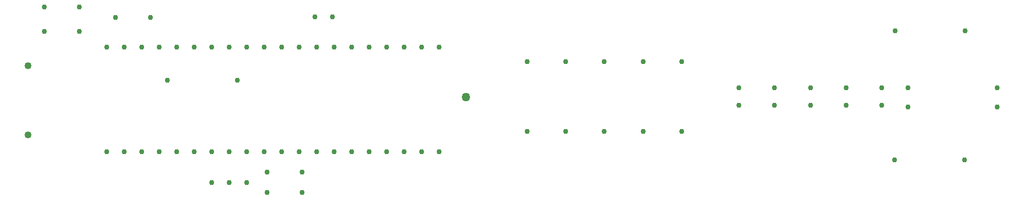
<source format=gbr>
G04 PROTEUS GERBER X2 FILE*
%TF.GenerationSoftware,Labcenter,Proteus,8.6-SP2-Build23525*%
%TF.CreationDate,2018-01-19T18:02:44+00:00*%
%TF.FileFunction,Plated,0,2,PTH*%
%TF.FilePolarity,Positive*%
%TF.Part,Single*%
%FSLAX45Y45*%
%MOMM*%
G01*
%TA.AperFunction,ComponentDrill*%
%ADD16C,0.762000*%
%TA.AperFunction,OtherDrill,Unknown*%
%ADD17C,1.270000*%
%TA.AperFunction,ComponentDrill*%
%ADD18C,1.016000*%
%TD.AperFunction*%
D16*
X+4327900Y+6151900D03*
X+4327900Y+5897900D03*
X+737900Y+6533900D03*
X+737900Y+5517900D03*
X+1297900Y+6533900D03*
X+1297900Y+5517900D03*
X+1857900Y+6533900D03*
X+1857900Y+5517900D03*
X+2417900Y+6533900D03*
X+2417900Y+5517900D03*
X+2977900Y+6533900D03*
X+2977900Y+5517900D03*
X+5887900Y+6151900D03*
X+5887900Y+5897900D03*
X+5367900Y+6151900D03*
X+5367900Y+5897900D03*
X+4847900Y+6151900D03*
X+4847900Y+5897900D03*
X+3807900Y+6151900D03*
X+3807900Y+5897900D03*
X-3472100Y+6267900D03*
X-4488100Y+6267900D03*
X-2092100Y+7187900D03*
X-2346100Y+7187900D03*
X-6272100Y+7327900D03*
X-5764100Y+7327900D03*
X-6272100Y+6977900D03*
X-5764100Y+6977900D03*
X-5242100Y+7177900D03*
X-4734100Y+7177900D03*
X-3042100Y+4627900D03*
X-2534100Y+4627900D03*
X-3042100Y+4927900D03*
X-2534100Y+4927900D03*
X-3846100Y+4777900D03*
X-3592100Y+4777900D03*
X-3338100Y+4777900D03*
D17*
X-152100Y+6017900D03*
D16*
X-542100Y+6747900D03*
X-796100Y+6747900D03*
X-1050100Y+6747900D03*
X-1304100Y+6747900D03*
X-1558100Y+6747900D03*
X-1812100Y+6747900D03*
X-2066100Y+6747900D03*
X-2320100Y+6747900D03*
X-2574100Y+6747900D03*
X-2828100Y+6747900D03*
X-3082100Y+6747900D03*
X-3336100Y+6747900D03*
X-3590100Y+6747900D03*
X-3844100Y+6747900D03*
X-4098100Y+6747900D03*
X-4352100Y+6747900D03*
X-4606100Y+6747900D03*
X-4860100Y+6747900D03*
X-5114100Y+6747900D03*
X-5368100Y+6747900D03*
X-5368100Y+5223900D03*
X-5114100Y+5223900D03*
X-4860100Y+5223900D03*
X-4606100Y+5223900D03*
X-4352100Y+5223900D03*
X-4098100Y+5223900D03*
X-3844100Y+5223900D03*
X-3590100Y+5223900D03*
X-3336100Y+5223900D03*
X-3082100Y+5223900D03*
X-2828100Y+5223900D03*
X-2574100Y+5223900D03*
X-2320100Y+5223900D03*
X-2066100Y+5223900D03*
X-1812100Y+5223900D03*
X-1558100Y+5223900D03*
X-1304100Y+5223900D03*
X-1050100Y+5223900D03*
X-796100Y+5223900D03*
X-542100Y+5223900D03*
X+7563900Y+6156100D03*
X+6263900Y+6156100D03*
X+7563900Y+5876100D03*
X+6263900Y+5876100D03*
D18*
X-6512100Y+5467900D03*
X-6512100Y+6477900D03*
D16*
X+7097900Y+6987900D03*
X+6081900Y+6987900D03*
X+7083900Y+5107900D03*
X+6067900Y+5107900D03*
M02*

</source>
